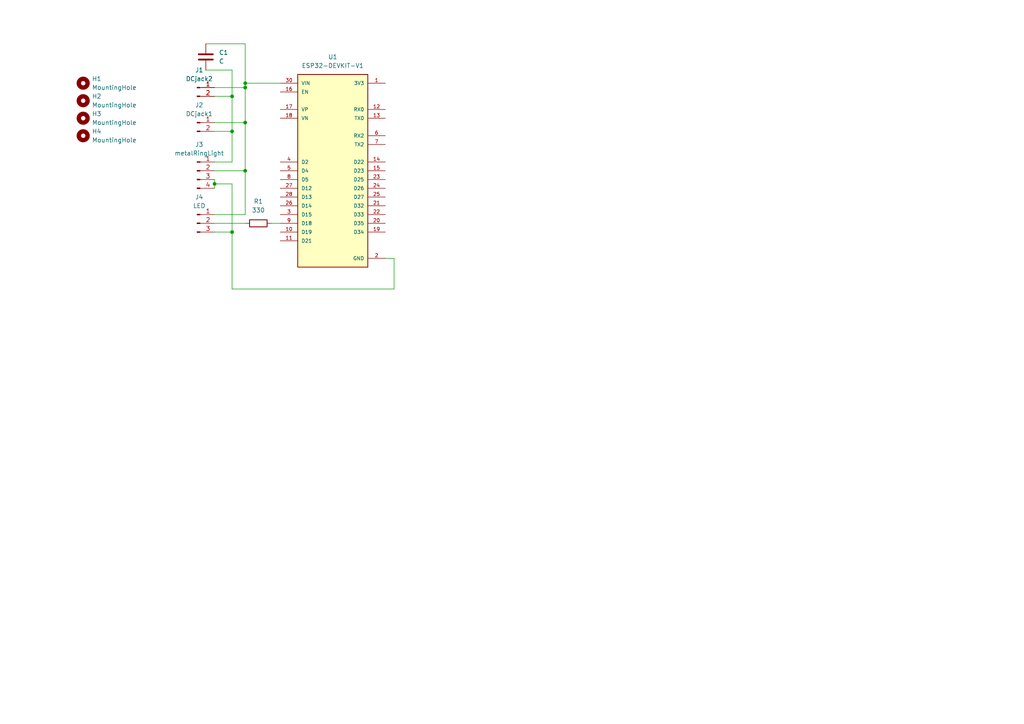
<source format=kicad_sch>
(kicad_sch (version 20250114) (generator "eeschema") (generator_version "9.0")
  (paper "A4")
  (lib_symbols
    (symbol "Connector:Conn_01x02_Pin" (pin_names (offset 1.016) (hide yes))
      (property "Reference" "J" (at 0 2.54 0))
      (property "Value" "Conn_01x02_Pin" (at 0 -5.08 0))
      (symbol "Conn_01x02_Pin_1_1"
        (rectangle (start 0.8636 0.127) (end 0 -0.127) (stroke (width 0.1524)) (fill (type outline)))
        (rectangle (start 0.8636 -2.413) (end 0 -2.667) (stroke (width 0.1524)) (fill (type outline)))
        (polyline (pts (xy 1.27 0) (xy 0.8636 0)) (stroke (width 0.1524)))
        (polyline (pts (xy 1.27 -2.54) (xy 0.8636 -2.54)) (stroke (width 0.1524)))
        (pin passive line (at 5.08 0 180) (length 3.81) (name "Pin_1") (number "1"))
        (pin passive line (at 5.08 -2.54 180) (length 3.81) (name "Pin_2") (number "2"))
      )
    )
    (symbol "Connector:Conn_01x03_Pin" (pin_names (offset 1.016) (hide yes))
      (property "Reference" "J" (at 0 5.08 0))
      (property "Value" "Conn_01x03_Pin" (at 0 -5.08 0))
      (symbol "Conn_01x03_Pin_1_1"
        (rectangle (start 0.8636 2.667) (end 0 2.413) (stroke (width 0.1524)) (fill (type outline)))
        (rectangle (start 0.8636 0.127) (end 0 -0.127) (stroke (width 0.1524)) (fill (type outline)))
        (rectangle (start 0.8636 -2.413) (end 0 -2.667) (stroke (width 0.1524)) (fill (type outline)))
        (polyline (pts (xy 1.27 2.54) (xy 0.8636 2.54)) (stroke (width 0.1524)))
        (polyline (pts (xy 1.27 0) (xy 0.8636 0)) (stroke (width 0.1524)))
        (polyline (pts (xy 1.27 -2.54) (xy 0.8636 -2.54)) (stroke (width 0.1524)))
        (pin passive line (at 5.08 2.54 180) (length 3.81) (name "Pin_1") (number "1"))
        (pin passive line (at 5.08 0 180) (length 3.81) (name "Pin_2") (number "2"))
        (pin passive line (at 5.08 -2.54 180) (length 3.81) (name "Pin_3") (number "3"))
      )
    )
    (symbol "Connector:Conn_01x04_Pin" (pin_names (offset 1.016) (hide yes))
      (property "Reference" "J" (at 0 5.08 0))
      (property "Value" "Conn_01x04_Pin" (at 0 -7.62 0))
      (symbol "Conn_01x04_Pin_1_1"
        (rectangle (start 0.8636 2.667) (end 0 2.413) (stroke (width 0.1524)) (fill (type outline)))
        (rectangle (start 0.8636 0.127) (end 0 -0.127) (stroke (width 0.1524)) (fill (type outline)))
        (rectangle (start 0.8636 -2.413) (end 0 -2.667) (stroke (width 0.1524)) (fill (type outline)))
        (rectangle (start 0.8636 -4.953) (end 0 -5.207) (stroke (width 0.1524)) (fill (type outline)))
        (polyline (pts (xy 1.27 2.54) (xy 0.8636 2.54)) (stroke (width 0.1524)))
        (polyline (pts (xy 1.27 0) (xy 0.8636 0)) (stroke (width 0.1524)))
        (polyline (pts (xy 1.27 -2.54) (xy 0.8636 -2.54)) (stroke (width 0.1524)))
        (polyline (pts (xy 1.27 -5.08) (xy 0.8636 -5.08)) (stroke (width 0.1524)))
        (pin passive line (at 5.08 2.54 180) (length 3.81) (name "Pin_1") (number "1"))
        (pin passive line (at 5.08 0 180) (length 3.81) (name "Pin_2") (number "2"))
        (pin passive line (at 5.08 -2.54 180) (length 3.81) (name "Pin_3") (number "3"))
        (pin passive line (at 5.08 -5.08 180) (length 3.81) (name "Pin_4") (number "4"))
      )
    )
    (symbol "Device:C" (pin_numbers (hide yes)) (pin_names (offset 0.254))
      (property "Reference" "C" (at 0.635 2.54 0))
      (property "Value" "C" (at 0.635 -2.54 0))
      (symbol "C_0_1"
        (polyline (pts (xy -2.032 0.762) (xy 2.032 0.762)) (stroke (width 0.508)))
        (polyline (pts (xy -2.032 -0.762) (xy 2.032 -0.762)) (stroke (width 0.508)))
      )
      (symbol "C_1_1"
        (pin passive line (at 0 3.81 270) (length 2.794) (name "~") (number "1"))
        (pin passive line (at 0 -3.81 90) (length 2.794) (name "~") (number "2"))
      )
    )
    (symbol "Device:R" (pin_numbers (hide yes)) (pin_names (offset 0))
      (property "Reference" "R" (at 2.032 0 90))
      (property "Value" "R" (at 0 0 90))
      (symbol "R_0_1"
        (rectangle (start -1.016 -2.54) (end 1.016 2.54) (stroke (width 0.254)))
      )
      (symbol "R_1_1"
        (pin passive line (at 0 3.81 270) (length 1.27) (name "~") (number "1"))
        (pin passive line (at 0 -3.81 90) (length 1.27) (name "~") (number "2"))
      )
    )
    (symbol "ESP32-DEVKIT-V1:ESP32-DEVKIT-V1" (pin_names (offset 1.016))
      (property "Reference" "U" (at -10.16 30.48 0))
      (property "Value" "ESP32-DEVKIT-V1" (at -10.16 -30.48 0))
      (symbol "ESP32-DEVKIT-V1_0_0"
        (rectangle (start -10.16 -27.94) (end 10.16 27.94) (stroke (width 0.254)) (fill (type background)))
        (pin input line (at -15.24 25.4 0) (length 5.08) (name "VIN") (number "30"))
        (pin input line (at -15.24 22.86 0) (length 5.08) (name "EN") (number "16"))
        (pin bidirectional line (at -15.24 17.78 0) (length 5.08) (name "VP") (number "17"))
        (pin bidirectional line (at -15.24 15.24 0) (length 5.08) (name "VN") (number "18"))
        (pin bidirectional line (at -15.24 2.54 0) (length 5.08) (name "D2") (number "4"))
        (pin bidirectional line (at -15.24 0 0) (length 5.08) (name "D4") (number "5"))
        (pin bidirectional line (at -15.24 -2.54 0) (length 5.08) (name "D5") (number "8"))
        (pin bidirectional line (at -15.24 -5.08 0) (length 5.08) (name "D12") (number "27"))
        (pin bidirectional line (at -15.24 -7.62 0) (length 5.08) (name "D13") (number "28"))
        (pin bidirectional line (at -15.24 -10.16 0) (length 5.08) (name "D14") (number "26"))
        (pin bidirectional line (at -15.24 -12.7 0) (length 5.08) (name "D15") (number "3"))
        (pin bidirectional line (at -15.24 -15.24 0) (length 5.08) (name "D18") (number "9"))
        (pin bidirectional line (at -15.24 -17.78 0) (length 5.08) (name "D19") (number "10"))
        (pin bidirectional line (at -15.24 -20.32 0) (length 5.08) (name "D21") (number "11"))
        (pin output line (at 15.24 25.4 180) (length 5.08) (name "3V3") (number "1"))
        (pin input line (at 15.24 17.78 180) (length 5.08) (name "RX0") (number "12"))
        (pin output line (at 15.24 15.24 180) (length 5.08) (name "TX0") (number "13"))
        (pin input line (at 15.24 10.16 180) (length 5.08) (name "RX2") (number "6"))
        (pin output line (at 15.24 7.62 180) (length 5.08) (name "TX2") (number "7"))
        (pin bidirectional line (at 15.24 2.54 180) (length 5.08) (name "D22") (number "14"))
        (pin bidirectional line (at 15.24 0 180) (length 5.08) (name "D23") (number "15"))
        (pin bidirectional line (at 15.24 -2.54 180) (length 5.08) (name "D25") (number "23"))
        (pin bidirectional line (at 15.24 -5.08 180) (length 5.08) (name "D26") (number "24"))
        (pin bidirectional line (at 15.24 -7.62 180) (length 5.08) (name "D27") (number "25"))
        (pin bidirectional line (at 15.24 -10.16 180) (length 5.08) (name "D32") (number "21"))
        (pin bidirectional line (at 15.24 -12.7 180) (length 5.08) (name "D33") (number "22"))
        (pin bidirectional line (at 15.24 -15.24 180) (length 5.08) (name "D35") (number "20"))
        (pin bidirectional line (at 15.24 -17.78 180) (length 5.08) (name "D34") (number "19"))
        (pin power_in line (at 15.24 -25.4 180) (length 5.08) (name "GND") (number "2"))
        (pin power_in line (at 15.24 -25.4 180) (length 5.08) (hide yes) (name "GND") (number "29"))
      )
    )
    (symbol "Mechanical:MountingHole" (pin_names (offset 1.016)) (in_bom no)
      (property "Reference" "H" (at 0 5.08 0))
      (property "Value" "MountingHole" (at 0 3.175 0))
      (symbol "MountingHole_0_1"
        (circle (center 0 0) (radius 1.27) (stroke (width 1.27)))
      )
    )
  )
  (junction (at 62.23 53.34))
  (junction (at 71.12 25.4))
  (junction (at 67.31 38.1))
  (junction (at 67.31 27.94))
  (junction (at 71.12 35.56))
  (junction (at 71.12 49.53))
  (junction (at 67.31 67.31))
  (junction (at 71.12 24.13))
  (wire (pts (xy 67.31 67.31) (xy 67.31 53.34)))
  (wire (pts (xy 67.31 53.34) (xy 62.23 53.34)))
  (wire (pts (xy 62.23 64.77) (xy 71.12 64.77)))
  (wire (pts (xy 62.23 62.23) (xy 71.12 62.23)))
  (wire (pts (xy 114.3 74.93) (xy 114.3 83.82)))
  (wire (pts (xy 62.23 38.1) (xy 67.31 38.1)))
  (wire (pts (xy 71.12 24.13) (xy 71.12 25.4)))
  (wire (pts (xy 59.69 20.32) (xy 67.31 20.32)))
  (wire (pts (xy 111.76 74.93) (xy 114.3 74.93)))
  (wire (pts (xy 78.74 64.77) (xy 81.28 64.77)))
  (wire (pts (xy 71.12 49.53) (xy 71.12 62.23)))
  (wire (pts (xy 62.23 35.56) (xy 71.12 35.56)))
  (wire (pts (xy 71.12 25.4) (xy 62.23 25.4)))
  (wire (pts (xy 67.31 67.31) (xy 62.23 67.31)))
  (wire (pts (xy 67.31 27.94) (xy 62.23 27.94)))
  (wire (pts (xy 71.12 35.56) (xy 71.12 49.53)))
  (wire (pts (xy 62.23 53.34) (xy 62.23 54.61)))
  (wire (pts (xy 71.12 35.56) (xy 71.12 25.4)))
  (wire (pts (xy 62.23 46.99) (xy 67.31 46.99)))
  (wire (pts (xy 59.69 12.7) (xy 71.12 12.7)))
  (wire (pts (xy 114.3 83.82) (xy 67.31 83.82)))
  (wire (pts (xy 62.23 52.07) (xy 62.23 53.34)))
  (wire (pts (xy 62.23 49.53) (xy 71.12 49.53)))
  (wire (pts (xy 67.31 46.99) (xy 67.31 38.1)))
  (wire (pts (xy 67.31 38.1) (xy 67.31 27.94)))
  (wire (pts (xy 67.31 83.82) (xy 67.31 67.31)))
  (wire (pts (xy 67.31 20.32) (xy 67.31 27.94)))
  (wire (pts (xy 71.12 24.13) (xy 81.28 24.13)))
  (wire (pts (xy 71.12 12.7) (xy 71.12 24.13)))
  (symbol (lib_id "Connector:Conn_01x04_Pin") (at 57.15 49.53 0) (unit 1)
    (property "Reference" "J3" (at 57.785 41.91 0))
    (property "Value" "metalRingLight" (at 57.785 44.45 0))
    (property "Footprint" "Connector_PinSocket_2.54mm:PinSocket_1x04_P2.54mm_Vertical" (effects (hide yes)))
    (property "Description" "Generic connector, single row, 01x04, script generated" (effects (hide yes)))
  )
  (symbol (lib_id "Mechanical:MountingHole") (at 24.13 34.29 0) (unit 1) (in_bom no)
    (property "Reference" "H3" (at 26.67 33.0199 0) (effects (justify left)))
    (property "Value" "MountingHole" (at 26.67 35.5599 0) (effects (justify left)))
    (property "Footprint" "MountingHole:MountingHole_2.2mm_M2" (effects (hide yes)))
    (property "Description" "Mounting Hole without connection" (effects (hide yes)))
  )
  (symbol (lib_id "Mechanical:MountingHole") (at 24.13 39.37 0) (unit 1) (in_bom no)
    (property "Reference" "H4" (at 26.67 38.0999 0) (effects (justify left)))
    (property "Value" "MountingHole" (at 26.67 40.6399 0) (effects (justify left)))
    (property "Footprint" "MountingHole:MountingHole_2.2mm_M2" (effects (hide yes)))
    (property "Description" "Mounting Hole without connection" (effects (hide yes)))
  )
  (symbol (lib_id "Device:C") (at 59.69 16.51 180) (unit 1)
    (property "Reference" "C1" (at 63.5 15.2399 0) (effects (justify right)))
    (property "Value" "C" (at 63.5 17.7799 0) (effects (justify right)))
    (property "Footprint" "Capacitor_THT:C_Disc_D5.0mm_W2.5mm_P2.50mm" (effects (hide yes)))
    (property "Description" "Unpolarized capacitor" (effects (hide yes)))
  )
  (symbol (lib_id "Mechanical:MountingHole") (at 24.13 24.13 0) (unit 1) (in_bom no)
    (property "Reference" "H1" (at 26.67 22.8599 0) (effects (justify left)))
    (property "Value" "MountingHole" (at 26.67 25.3999 0) (effects (justify left)))
    (property "Footprint" "MountingHole:MountingHole_2.2mm_M2" (effects (hide yes)))
    (property "Description" "Mounting Hole without connection" (effects (hide yes)))
  )
  (symbol (lib_id "ESP32-DEVKIT-V1:ESP32-DEVKIT-V1") (at 96.52 49.53 0) (unit 1)
    (property "Reference" "U1" (at 96.52 16.51 0))
    (property "Value" "ESP32-DEVKIT-V1" (at 96.52 19.05 0))
    (property "Footprint" "ESP32-DEVKIT-V1:MODULE_ESP32_DEVKIT_V1" (effects (hide yes)))
    (property "MF" "Do it" (effects (hide yes)))
    (property "MAXIMUM_PACKAGE_HEIGHT" "6.8 mm" (effects (hide yes)))
    (property "Package" "None" (effects (hide yes)))
    (property "Price" "None" (effects (hide yes)))
    (property "Check_prices" "https://www.snapeda.com/parts/ESP32-DEVKIT-V1/Do+it/view-part/?ref=eda" (effects (hide yes)))
    (property "STANDARD" "Manufacturer Recommendations" (effects (hide yes)))
    (property "PARTREV" "N/A" (effects (hide yes)))
    (property "SnapEDA_Link" "https://www.snapeda.com/parts/ESP32-DEVKIT-V1/Do+it/view-part/?ref=snap" (effects (hide yes)))
    (property "MP" "ESP32-DEVKIT-V1" (effects (hide yes)))
    (property "Description_1" "Dual core, Wi-Fi: 2.4 GHz up to 150 Mbits/s,BLE (Bluetooth Low Energy) and legacy Bluetooth, 32 bits, Up to 240 MHz" (effects (hide yes)))
    (property "Availability" "Not in stock" (effects (hide yes)))
    (property "MANUFACTURER" "DOIT" (effects (hide yes)))
  )
  (symbol (lib_id "Connector:Conn_01x03_Pin") (at 57.15 64.77 0) (unit 1)
    (property "Reference" "J4" (at 57.785 57.15 0))
    (property "Value" "LED" (at 57.785 59.69 0))
    (property "Footprint" "Connector_PinSocket_2.54mm:PinSocket_1x03_P2.54mm_Vertical" (effects (hide yes)))
    (property "Description" "Generic connector, single row, 01x03, script generated" (effects (hide yes)))
  )
  (symbol (lib_id "Mechanical:MountingHole") (at 24.13 29.21 0) (unit 1) (in_bom no)
    (property "Reference" "H2" (at 26.67 27.9399 0) (effects (justify left)))
    (property "Value" "MountingHole" (at 26.67 30.4799 0) (effects (justify left)))
    (property "Footprint" "MountingHole:MountingHole_2.2mm_M2" (effects (hide yes)))
    (property "Description" "Mounting Hole without connection" (effects (hide yes)))
  )
  (symbol (lib_id "Connector:Conn_01x02_Pin") (at 57.15 25.4 0) (unit 1)
    (property "Reference" "J1" (at 57.785 20.32 0))
    (property "Value" "DCjack2" (at 57.785 22.86 0))
    (property "Footprint" "Connector_PinSocket_2.54mm:PinSocket_1x02_P2.54mm_Vertical" (effects (hide yes)))
    (property "Description" "Generic connector, single row, 01x02, script generated" (effects (hide yes)))
  )
  (symbol (lib_id "Connector:Conn_01x02_Pin") (at 57.15 35.56 0) (unit 1)
    (property "Reference" "J2" (at 57.785 30.48 0))
    (property "Value" "DCjack1" (at 57.785 33.02 0))
    (property "Footprint" "Connector_PinSocket_2.54mm:PinSocket_1x02_P2.54mm_Vertical" (effects (hide yes)))
    (property "Description" "Generic connector, single row, 01x02, script generated" (effects (hide yes)))
  )
  (symbol (lib_id "Device:R") (at 74.93 64.77 90) (unit 1)
    (property "Reference" "R1" (at 74.93 58.42 90))
    (property "Value" "330" (at 74.93 60.96 90))
    (property "Footprint" "Resistor_THT:R_Axial_DIN0204_L3.6mm_D1.6mm_P5.08mm_Horizontal" (effects (hide yes)))
    (property "Description" "Resistor" (effects (hide yes)))
  )
)
</source>
